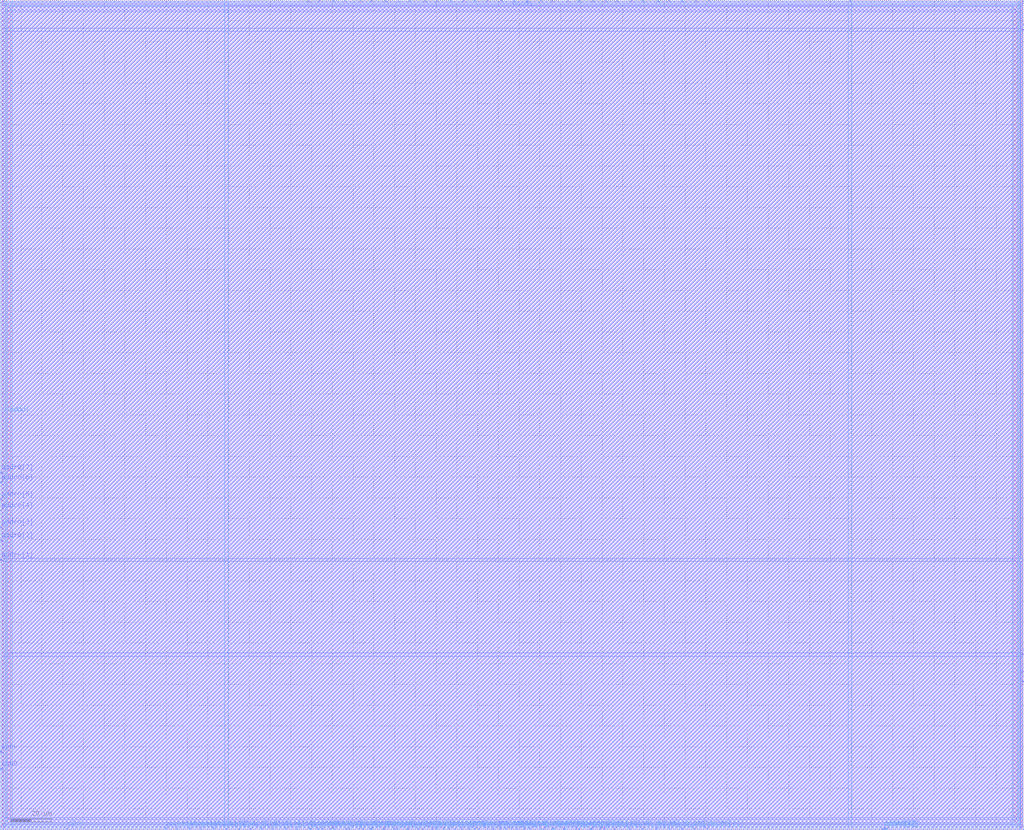
<source format=lef>
VERSION 5.4 ;
NAMESCASESENSITIVE ON ;
BUSBITCHARS "[]" ;
DIVIDERCHAR "/" ;
UNITS
  DATABASE MICRONS 2000 ;
END UNITS
MACRO sky130_sram_1kbyte_1rw1r_32x256_8
   CLASS BLOCK ;
   SIZE 493.38 BY 400.22 ;
   SYMMETRY X Y R90 ;
   PIN din0[0]
      DIRECTION INPUT ;
      PORT
         LAYER met4 ;
         RECT  108.8 0.0 109.18 1.06 ;
      END
   END din0[0]
   PIN din0[1]
      DIRECTION INPUT ;
      PORT
         LAYER met4 ;
         RECT  114.92 0.0 115.3 1.06 ;
      END
   END din0[1]
   PIN din0[2]
      DIRECTION INPUT ;
      PORT
         LAYER met4 ;
         RECT  120.36 0.0 120.74 1.06 ;
      END
   END din0[2]
   PIN din0[3]
      DIRECTION INPUT ;
      PORT
         LAYER met4 ;
         RECT  125.8 0.0 126.18 1.06 ;
      END
   END din0[3]
   PIN din0[4]
      DIRECTION INPUT ;
      PORT
         LAYER met4 ;
         RECT  131.24 0.0 131.62 1.06 ;
      END
   END din0[4]
   PIN din0[5]
      DIRECTION INPUT ;
      PORT
         LAYER met4 ;
         RECT  137.36 0.0 137.74 1.06 ;
      END
   END din0[5]
   PIN din0[6]
      DIRECTION INPUT ;
      PORT
         LAYER met4 ;
         RECT  142.8 0.0 143.18 1.06 ;
      END
   END din0[6]
   PIN din0[7]
      DIRECTION INPUT ;
      PORT
         LAYER met4 ;
         RECT  148.92 0.0 149.3 1.06 ;
      END
   END din0[7]
   PIN din0[8]
      DIRECTION INPUT ;
      PORT
         LAYER met4 ;
         RECT  155.04 0.0 155.42 1.06 ;
      END
   END din0[8]
   PIN din0[9]
      DIRECTION INPUT ;
      PORT
         LAYER met4 ;
         RECT  160.48 0.0 160.86 1.06 ;
      END
   END din0[9]
   PIN din0[10]
      DIRECTION INPUT ;
      PORT
         LAYER met4 ;
         RECT  166.6 0.0 166.98 1.06 ;
      END
   END din0[10]
   PIN din0[11]
      DIRECTION INPUT ;
      PORT
         LAYER met4 ;
         RECT  172.72 0.0 173.1 1.06 ;
      END
   END din0[11]
   PIN din0[12]
      DIRECTION INPUT ;
      PORT
         LAYER met4 ;
         RECT  178.16 0.0 178.54 1.06 ;
      END
   END din0[12]
   PIN din0[13]
      DIRECTION INPUT ;
      PORT
         LAYER met4 ;
         RECT  184.96 0.0 185.34 1.06 ;
      END
   END din0[13]
   PIN din0[14]
      DIRECTION INPUT ;
      PORT
         LAYER met4 ;
         RECT  189.72 0.0 190.1 1.06 ;
      END
   END din0[14]
   PIN din0[15]
      DIRECTION INPUT ;
      PORT
         LAYER met4 ;
         RECT  196.52 0.0 196.9 1.06 ;
      END
   END din0[15]
   PIN din0[16]
      DIRECTION INPUT ;
      PORT
         LAYER met4 ;
         RECT  201.28 0.0 201.66 1.06 ;
      END
   END din0[16]
   PIN din0[17]
      DIRECTION INPUT ;
      PORT
         LAYER met4 ;
         RECT  208.08 0.0 208.46 1.06 ;
      END
   END din0[17]
   PIN din0[18]
      DIRECTION INPUT ;
      PORT
         LAYER met4 ;
         RECT  213.52 0.0 213.9 1.06 ;
      END
   END din0[18]
   PIN din0[19]
      DIRECTION INPUT ;
      PORT
         LAYER met4 ;
         RECT  218.96 0.0 219.34 1.06 ;
      END
   END din0[19]
   PIN din0[20]
      DIRECTION INPUT ;
      PORT
         LAYER met4 ;
         RECT  225.76 0.0 226.14 1.06 ;
      END
   END din0[20]
   PIN din0[21]
      DIRECTION INPUT ;
      PORT
         LAYER met4 ;
         RECT  230.52 0.0 230.9 1.06 ;
      END
   END din0[21]
   PIN din0[22]
      DIRECTION INPUT ;
      PORT
         LAYER met4 ;
         RECT  237.32 0.0 237.7 1.06 ;
      END
   END din0[22]
   PIN din0[23]
      DIRECTION INPUT ;
      PORT
         LAYER met4 ;
         RECT  243.44 0.0 243.82 1.06 ;
      END
   END din0[23]
   PIN din0[24]
      DIRECTION INPUT ;
      PORT
         LAYER met4 ;
         RECT  248.88 0.0 249.26 1.06 ;
      END
   END din0[24]
   PIN din0[25]
      DIRECTION INPUT ;
      PORT
         LAYER met4 ;
         RECT  255.0 0.0 255.38 1.06 ;
      END
   END din0[25]
   PIN din0[26]
      DIRECTION INPUT ;
      PORT
         LAYER met4 ;
         RECT  260.44 0.0 260.82 1.06 ;
      END
   END din0[26]
   PIN din0[27]
      DIRECTION INPUT ;
      PORT
         LAYER met4 ;
         RECT  266.56 0.0 266.94 1.06 ;
      END
   END din0[27]
   PIN din0[28]
      DIRECTION INPUT ;
      PORT
         LAYER met4 ;
         RECT  271.32 0.0 271.7 1.06 ;
      END
   END din0[28]
   PIN din0[29]
      DIRECTION INPUT ;
      PORT
         LAYER met4 ;
         RECT  277.44 0.0 277.82 1.06 ;
      END
   END din0[29]
   PIN din0[30]
      DIRECTION INPUT ;
      PORT
         LAYER met4 ;
         RECT  284.24 0.0 284.62 1.06 ;
      END
   END din0[30]
   PIN din0[31]
      DIRECTION INPUT ;
      PORT
         LAYER met4 ;
         RECT  289.0 0.0 289.38 1.06 ;
      END
   END din0[31]
   PIN addr0[0]
      DIRECTION INPUT ;
      PORT
         LAYER met4 ;
         RECT  79.56 0.0 79.94 1.06 ;
      END
   END addr0[0]
   PIN addr0[1]
      DIRECTION INPUT ;
      PORT
         LAYER met3 ;
         RECT  0.0 129.88 1.06 130.26 ;
      END
   END addr0[1]
   PIN addr0[2]
      DIRECTION INPUT ;
      PORT
         LAYER met3 ;
         RECT  0.0 139.4 1.06 139.78 ;
      END
   END addr0[2]
   PIN addr0[3]
      DIRECTION INPUT ;
      PORT
         LAYER met3 ;
         RECT  0.0 145.52 1.06 145.9 ;
      END
   END addr0[3]
   PIN addr0[4]
      DIRECTION INPUT ;
      PORT
         LAYER met3 ;
         RECT  0.0 153.68 1.06 154.06 ;
      END
   END addr0[4]
   PIN addr0[5]
      DIRECTION INPUT ;
      PORT
         LAYER met3 ;
         RECT  0.0 159.12 1.06 159.5 ;
      END
   END addr0[5]
   PIN addr0[6]
      DIRECTION INPUT ;
      PORT
         LAYER met3 ;
         RECT  0.0 167.28 1.06 167.66 ;
      END
   END addr0[6]
   PIN addr0[7]
      DIRECTION INPUT ;
      PORT
         LAYER met3 ;
         RECT  0.0 172.04 1.06 172.42 ;
      END
   END addr0[7]
   PIN addr1[0]
      DIRECTION INPUT ;
      PORT
         LAYER met4 ;
         RECT  409.36 399.16 409.74 400.22 ;
      END
   END addr1[0]
   PIN addr1[1]
      DIRECTION INPUT ;
      PORT
         LAYER met3 ;
         RECT  492.32 84.32 493.38 84.7 ;
      END
   END addr1[1]
   PIN addr1[2]
      DIRECTION INPUT ;
      PORT
         LAYER met3 ;
         RECT  492.32 76.16 493.38 76.54 ;
      END
   END addr1[2]
   PIN addr1[3]
      DIRECTION INPUT ;
      PORT
         LAYER met3 ;
         RECT  492.32 71.4 493.38 71.78 ;
      END
   END addr1[3]
   PIN addr1[4]
      DIRECTION INPUT ;
      PORT
         LAYER met4 ;
         RECT  425.0 0.0 425.38 1.06 ;
      END
   END addr1[4]
   PIN addr1[5]
      DIRECTION INPUT ;
      PORT
         LAYER met4 ;
         RECT  425.68 0.0 426.06 1.06 ;
      END
   END addr1[5]
   PIN addr1[6]
      DIRECTION INPUT ;
      PORT
         LAYER met4 ;
         RECT  426.36 0.0 426.74 1.06 ;
      END
   END addr1[6]
   PIN addr1[7]
      DIRECTION INPUT ;
      PORT
         LAYER met4 ;
         RECT  427.04 0.0 427.42 1.06 ;
      END
   END addr1[7]
   PIN csb0
      DIRECTION INPUT ;
      PORT
         LAYER met3 ;
         RECT  0.0 29.24 1.06 29.62 ;
      END
   END csb0
   PIN csb1
      DIRECTION INPUT ;
      PORT
         LAYER met3 ;
         RECT  492.32 385.56 493.38 385.94 ;
      END
   END csb1
   PIN web0
      DIRECTION INPUT ;
      PORT
         LAYER met3 ;
         RECT  0.0 37.4 1.06 37.78 ;
      END
   END web0
   PIN clk0
      DIRECTION INPUT ;
      PORT
         LAYER met4 ;
         RECT  31.96 0.0 32.34 1.06 ;
      END
   END clk0
   PIN clk1
      DIRECTION INPUT ;
      PORT
         LAYER met4 ;
         RECT  462.4 399.16 462.78 400.22 ;
      END
   END clk1
   PIN wmask0[0]
      DIRECTION INPUT ;
      PORT
         LAYER met4 ;
         RECT  85.0 0.0 85.38 1.06 ;
      END
   END wmask0[0]
   PIN wmask0[1]
      DIRECTION INPUT ;
      PORT
         LAYER met4 ;
         RECT  91.12 0.0 91.5 1.06 ;
      END
   END wmask0[1]
   PIN wmask0[2]
      DIRECTION INPUT ;
      PORT
         LAYER met4 ;
         RECT  96.56 0.0 96.94 1.06 ;
      END
   END wmask0[2]
   PIN wmask0[3]
      DIRECTION INPUT ;
      PORT
         LAYER met4 ;
         RECT  102.68 0.0 103.06 1.06 ;
      END
   END wmask0[3]
   PIN dout0[0]
      DIRECTION OUTPUT ;
      PORT
         LAYER met4 ;
         RECT  149.6 0.0 149.98 1.06 ;
      END
   END dout0[0]
   PIN dout0[1]
      DIRECTION OUTPUT ;
      PORT
         LAYER met4 ;
         RECT  153.0 0.0 153.38 1.06 ;
      END
   END dout0[1]
   PIN dout0[2]
      DIRECTION OUTPUT ;
      PORT
         LAYER met4 ;
         RECT  159.12 0.0 159.5 1.06 ;
      END
   END dout0[2]
   PIN dout0[3]
      DIRECTION OUTPUT ;
      PORT
         LAYER met4 ;
         RECT  167.96 0.0 168.34 1.06 ;
      END
   END dout0[3]
   PIN dout0[4]
      DIRECTION OUTPUT ;
      PORT
         LAYER met4 ;
         RECT  174.76 0.0 175.14 1.06 ;
      END
   END dout0[4]
   PIN dout0[5]
      DIRECTION OUTPUT ;
      PORT
         LAYER met4 ;
         RECT  178.84 0.0 179.22 1.06 ;
      END
   END dout0[5]
   PIN dout0[6]
      DIRECTION OUTPUT ;
      PORT
         LAYER met4 ;
         RECT  184.28 0.0 184.66 1.06 ;
      END
   END dout0[6]
   PIN dout0[7]
      DIRECTION OUTPUT ;
      PORT
         LAYER met4 ;
         RECT  191.08 0.0 191.46 1.06 ;
      END
   END dout0[7]
   PIN dout0[8]
      DIRECTION OUTPUT ;
      PORT
         LAYER met4 ;
         RECT  195.84 0.0 196.22 1.06 ;
      END
   END dout0[8]
   PIN dout0[9]
      DIRECTION OUTPUT ;
      PORT
         LAYER met4 ;
         RECT  203.32 0.0 203.7 1.06 ;
      END
   END dout0[9]
   PIN dout0[10]
      DIRECTION OUTPUT ;
      PORT
         LAYER met4 ;
         RECT  210.12 0.0 210.5 1.06 ;
      END
   END dout0[10]
   PIN dout0[11]
      DIRECTION OUTPUT ;
      PORT
         LAYER met4 ;
         RECT  216.24 0.0 216.62 1.06 ;
      END
   END dout0[11]
   PIN dout0[12]
      DIRECTION OUTPUT ;
      PORT
         LAYER met4 ;
         RECT  222.36 0.0 222.74 1.06 ;
      END
   END dout0[12]
   PIN dout0[13]
      DIRECTION OUTPUT ;
      PORT
         LAYER met4 ;
         RECT  228.48 0.0 228.86 1.06 ;
      END
   END dout0[13]
   PIN dout0[14]
      DIRECTION OUTPUT ;
      PORT
         LAYER met4 ;
         RECT  234.6 0.0 234.98 1.06 ;
      END
   END dout0[14]
   PIN dout0[15]
      DIRECTION OUTPUT ;
      PORT
         LAYER met4 ;
         RECT  240.72 0.0 241.1 1.06 ;
      END
   END dout0[15]
   PIN dout0[16]
      DIRECTION OUTPUT ;
      PORT
         LAYER met4 ;
         RECT  246.16 0.0 246.54 1.06 ;
      END
   END dout0[16]
   PIN dout0[17]
      DIRECTION OUTPUT ;
      PORT
         LAYER met4 ;
         RECT  252.28 0.0 252.66 1.06 ;
      END
   END dout0[17]
   PIN dout0[18]
      DIRECTION OUTPUT ;
      PORT
         LAYER met4 ;
         RECT  261.8 0.0 262.18 1.06 ;
      END
   END dout0[18]
   PIN dout0[19]
      DIRECTION OUTPUT ;
      PORT
         LAYER met4 ;
         RECT  265.88 0.0 266.26 1.06 ;
      END
   END dout0[19]
   PIN dout0[20]
      DIRECTION OUTPUT ;
      PORT
         LAYER met4 ;
         RECT  272.0 0.0 272.38 1.06 ;
      END
   END dout0[20]
   PIN dout0[21]
      DIRECTION OUTPUT ;
      PORT
         LAYER met4 ;
         RECT  278.8 0.0 279.18 1.06 ;
      END
   END dout0[21]
   PIN dout0[22]
      DIRECTION OUTPUT ;
      PORT
         LAYER met4 ;
         RECT  284.92 0.0 285.3 1.06 ;
      END
   END dout0[22]
   PIN dout0[23]
      DIRECTION OUTPUT ;
      PORT
         LAYER met4 ;
         RECT  291.04 0.0 291.42 1.06 ;
      END
   END dout0[23]
   PIN dout0[24]
      DIRECTION OUTPUT ;
      PORT
         LAYER met4 ;
         RECT  295.8 0.0 296.18 1.06 ;
      END
   END dout0[24]
   PIN dout0[25]
      DIRECTION OUTPUT ;
      PORT
         LAYER met4 ;
         RECT  303.28 0.0 303.66 1.06 ;
      END
   END dout0[25]
   PIN dout0[26]
      DIRECTION OUTPUT ;
      PORT
         LAYER met4 ;
         RECT  309.4 0.0 309.78 1.06 ;
      END
   END dout0[26]
   PIN dout0[27]
      DIRECTION OUTPUT ;
      PORT
         LAYER met4 ;
         RECT  316.2 0.0 316.58 1.06 ;
      END
   END dout0[27]
   PIN dout0[28]
      DIRECTION OUTPUT ;
      PORT
         LAYER met4 ;
         RECT  322.32 0.0 322.7 1.06 ;
      END
   END dout0[28]
   PIN dout0[29]
      DIRECTION OUTPUT ;
      PORT
         LAYER met4 ;
         RECT  328.44 0.0 328.82 1.06 ;
      END
   END dout0[29]
   PIN dout0[30]
      DIRECTION OUTPUT ;
      PORT
         LAYER met4 ;
         RECT  334.56 0.0 334.94 1.06 ;
      END
   END dout0[30]
   PIN dout0[31]
      DIRECTION OUTPUT ;
      PORT
         LAYER met4 ;
         RECT  340.68 0.0 341.06 1.06 ;
      END
   END dout0[31]
   PIN dout1[0]
      DIRECTION OUTPUT ;
      PORT
         LAYER met4 ;
         RECT  148.24 399.16 148.62 400.22 ;
      END
   END dout1[0]
   PIN dout1[1]
      DIRECTION OUTPUT ;
      PORT
         LAYER met4 ;
         RECT  153.68 399.16 154.06 400.22 ;
      END
   END dout1[1]
   PIN dout1[2]
      DIRECTION OUTPUT ;
      PORT
         LAYER met4 ;
         RECT  160.48 399.16 160.86 400.22 ;
      END
   END dout1[2]
   PIN dout1[3]
      DIRECTION OUTPUT ;
      PORT
         LAYER met4 ;
         RECT  165.92 399.16 166.3 400.22 ;
      END
   END dout1[3]
   PIN dout1[4]
      DIRECTION OUTPUT ;
      PORT
         LAYER met4 ;
         RECT  173.4 399.16 173.78 400.22 ;
      END
   END dout1[4]
   PIN dout1[5]
      DIRECTION OUTPUT ;
      PORT
         LAYER met4 ;
         RECT  178.84 399.16 179.22 400.22 ;
      END
   END dout1[5]
   PIN dout1[6]
      DIRECTION OUTPUT ;
      PORT
         LAYER met4 ;
         RECT  185.64 399.16 186.02 400.22 ;
      END
   END dout1[6]
   PIN dout1[7]
      DIRECTION OUTPUT ;
      PORT
         LAYER met4 ;
         RECT  191.76 399.16 192.14 400.22 ;
      END
   END dout1[7]
   PIN dout1[8]
      DIRECTION OUTPUT ;
      PORT
         LAYER met4 ;
         RECT  197.2 399.16 197.58 400.22 ;
      END
   END dout1[8]
   PIN dout1[9]
      DIRECTION OUTPUT ;
      PORT
         LAYER met4 ;
         RECT  204.68 399.16 205.06 400.22 ;
      END
   END dout1[9]
   PIN dout1[10]
      DIRECTION OUTPUT ;
      PORT
         LAYER met4 ;
         RECT  210.12 399.16 210.5 400.22 ;
      END
   END dout1[10]
   PIN dout1[11]
      DIRECTION OUTPUT ;
      PORT
         LAYER met4 ;
         RECT  216.92 399.16 217.3 400.22 ;
      END
   END dout1[11]
   PIN dout1[12]
      DIRECTION OUTPUT ;
      PORT
         LAYER met4 ;
         RECT  223.04 399.16 223.42 400.22 ;
      END
   END dout1[12]
   PIN dout1[13]
      DIRECTION OUTPUT ;
      PORT
         LAYER met4 ;
         RECT  228.48 399.16 228.86 400.22 ;
      END
   END dout1[13]
   PIN dout1[14]
      DIRECTION OUTPUT ;
      PORT
         LAYER met4 ;
         RECT  234.6 399.16 234.98 400.22 ;
      END
   END dout1[14]
   PIN dout1[15]
      DIRECTION OUTPUT ;
      PORT
         LAYER met4 ;
         RECT  241.4 399.16 241.78 400.22 ;
      END
   END dout1[15]
   PIN dout1[16]
      DIRECTION OUTPUT ;
      PORT
         LAYER met4 ;
         RECT  247.52 399.16 247.9 400.22 ;
      END
   END dout1[16]
   PIN dout1[17]
      DIRECTION OUTPUT ;
      PORT
         LAYER met4 ;
         RECT  253.64 399.16 254.02 400.22 ;
      END
   END dout1[17]
   PIN dout1[18]
      DIRECTION OUTPUT ;
      PORT
         LAYER met4 ;
         RECT  260.44 399.16 260.82 400.22 ;
      END
   END dout1[18]
   PIN dout1[19]
      DIRECTION OUTPUT ;
      PORT
         LAYER met4 ;
         RECT  265.88 399.16 266.26 400.22 ;
      END
   END dout1[19]
   PIN dout1[20]
      DIRECTION OUTPUT ;
      PORT
         LAYER met4 ;
         RECT  273.36 399.16 273.74 400.22 ;
      END
   END dout1[20]
   PIN dout1[21]
      DIRECTION OUTPUT ;
      PORT
         LAYER met4 ;
         RECT  278.8 399.16 279.18 400.22 ;
      END
   END dout1[21]
   PIN dout1[22]
      DIRECTION OUTPUT ;
      PORT
         LAYER met4 ;
         RECT  285.6 399.16 285.98 400.22 ;
      END
   END dout1[22]
   PIN dout1[23]
      DIRECTION OUTPUT ;
      PORT
         LAYER met4 ;
         RECT  291.72 399.16 292.1 400.22 ;
      END
   END dout1[23]
   PIN dout1[24]
      DIRECTION OUTPUT ;
      PORT
         LAYER met4 ;
         RECT  297.16 399.16 297.54 400.22 ;
      END
   END dout1[24]
   PIN dout1[25]
      DIRECTION OUTPUT ;
      PORT
         LAYER met4 ;
         RECT  303.96 399.16 304.34 400.22 ;
      END
   END dout1[25]
   PIN dout1[26]
      DIRECTION OUTPUT ;
      PORT
         LAYER met4 ;
         RECT  309.4 399.16 309.78 400.22 ;
      END
   END dout1[26]
   PIN dout1[27]
      DIRECTION OUTPUT ;
      PORT
         LAYER met4 ;
         RECT  316.88 399.16 317.26 400.22 ;
      END
   END dout1[27]
   PIN dout1[28]
      DIRECTION OUTPUT ;
      PORT
         LAYER met4 ;
         RECT  322.32 399.16 322.7 400.22 ;
      END
   END dout1[28]
   PIN dout1[29]
      DIRECTION OUTPUT ;
      PORT
         LAYER met4 ;
         RECT  328.44 399.16 328.82 400.22 ;
      END
   END dout1[29]
   PIN dout1[30]
      DIRECTION OUTPUT ;
      PORT
         LAYER met4 ;
         RECT  335.24 399.16 335.62 400.22 ;
      END
   END dout1[30]
   PIN dout1[31]
      DIRECTION OUTPUT ;
      PORT
         LAYER met4 ;
         RECT  341.36 399.16 341.74 400.22 ;
      END
   END dout1[31]
   PIN vccd1
      DIRECTION INOUT ;
      USE POWER ; 
      SHAPE ABUTMENT ; 
      PORT
         LAYER met4 ;
         RECT  488.24 3.4 489.98 396.82 ;
         LAYER met3 ;
         RECT  3.4 3.4 489.98 5.14 ;
         LAYER met3 ;
         RECT  3.4 395.08 489.98 396.82 ;
         LAYER met4 ;
         RECT  3.4 3.4 5.14 396.82 ;
      END
   END vccd1
   PIN vssd1
      DIRECTION INOUT ;
      USE GROUND ; 
      SHAPE ABUTMENT ; 
      PORT
         LAYER met3 ;
         RECT  0.0 398.48 493.38 400.22 ;
         LAYER met4 ;
         RECT  491.64 0.0 493.38 400.22 ;
         LAYER met3 ;
         RECT  0.0 0.0 493.38 1.74 ;
         LAYER met4 ;
         RECT  0.0 0.0 1.74 400.22 ;
      END
   END vssd1
   OBS
   LAYER  met1 ;
      RECT  0.62 0.62 492.76 399.6 ;
   LAYER  met2 ;
      RECT  0.62 0.62 492.76 399.6 ;
   LAYER  met3 ;
      RECT  1.66 129.28 492.76 130.86 ;
      RECT  0.62 130.86 1.66 138.8 ;
      RECT  0.62 140.38 1.66 144.92 ;
      RECT  0.62 146.5 1.66 153.08 ;
      RECT  0.62 154.66 1.66 158.52 ;
      RECT  0.62 160.1 1.66 166.68 ;
      RECT  0.62 168.26 1.66 171.44 ;
      RECT  1.66 83.72 491.72 85.3 ;
      RECT  1.66 85.3 491.72 129.28 ;
      RECT  491.72 85.3 492.76 129.28 ;
      RECT  491.72 77.14 492.76 83.72 ;
      RECT  491.72 72.38 492.76 75.56 ;
      RECT  1.66 130.86 491.72 384.96 ;
      RECT  1.66 384.96 491.72 386.54 ;
      RECT  491.72 130.86 492.76 384.96 ;
      RECT  0.62 30.22 1.66 36.8 ;
      RECT  0.62 38.38 1.66 129.28 ;
      RECT  1.66 2.8 2.8 5.74 ;
      RECT  1.66 5.74 2.8 83.72 ;
      RECT  2.8 5.74 490.58 83.72 ;
      RECT  490.58 2.8 491.72 5.74 ;
      RECT  490.58 5.74 491.72 83.72 ;
      RECT  1.66 386.54 2.8 394.48 ;
      RECT  1.66 394.48 2.8 397.42 ;
      RECT  2.8 386.54 490.58 394.48 ;
      RECT  490.58 386.54 491.72 394.48 ;
      RECT  490.58 394.48 491.72 397.42 ;
      RECT  0.62 173.02 1.66 397.88 ;
      RECT  491.72 386.54 492.76 397.88 ;
      RECT  1.66 397.42 2.8 397.88 ;
      RECT  2.8 397.42 490.58 397.88 ;
      RECT  490.58 397.42 491.72 397.88 ;
      RECT  491.72 2.34 492.76 70.8 ;
      RECT  0.62 2.34 1.66 28.64 ;
      RECT  1.66 2.34 2.8 2.8 ;
      RECT  2.8 2.34 490.58 2.8 ;
      RECT  490.58 2.34 491.72 2.8 ;
   LAYER  met4 ;
      RECT  108.2 1.66 109.78 399.6 ;
      RECT  109.78 0.62 114.32 1.66 ;
      RECT  115.9 0.62 119.76 1.66 ;
      RECT  121.34 0.62 125.2 1.66 ;
      RECT  126.78 0.62 130.64 1.66 ;
      RECT  132.22 0.62 136.76 1.66 ;
      RECT  138.34 0.62 142.2 1.66 ;
      RECT  143.78 0.62 148.32 1.66 ;
      RECT  161.46 0.62 166.0 1.66 ;
      RECT  185.94 0.62 189.12 1.66 ;
      RECT  197.5 0.62 200.68 1.66 ;
      RECT  255.98 0.62 259.84 1.66 ;
      RECT  267.54 0.62 270.72 1.66 ;
      RECT  109.78 1.66 408.76 398.56 ;
      RECT  408.76 1.66 410.34 398.56 ;
      RECT  32.94 0.62 78.96 1.66 ;
      RECT  410.34 398.56 461.8 399.6 ;
      RECT  80.54 0.62 84.4 1.66 ;
      RECT  85.98 0.62 90.52 1.66 ;
      RECT  92.1 0.62 95.96 1.66 ;
      RECT  97.54 0.62 102.08 1.66 ;
      RECT  103.66 0.62 108.2 1.66 ;
      RECT  150.58 0.62 152.4 1.66 ;
      RECT  153.98 0.62 154.44 1.66 ;
      RECT  156.02 0.62 158.52 1.66 ;
      RECT  168.94 0.62 172.12 1.66 ;
      RECT  173.7 0.62 174.16 1.66 ;
      RECT  175.74 0.62 177.56 1.66 ;
      RECT  179.82 0.62 183.68 1.66 ;
      RECT  192.06 0.62 195.24 1.66 ;
      RECT  202.26 0.62 202.72 1.66 ;
      RECT  204.3 0.62 207.48 1.66 ;
      RECT  209.06 0.62 209.52 1.66 ;
      RECT  211.1 0.62 212.92 1.66 ;
      RECT  214.5 0.62 215.64 1.66 ;
      RECT  217.22 0.62 218.36 1.66 ;
      RECT  219.94 0.62 221.76 1.66 ;
      RECT  223.34 0.62 225.16 1.66 ;
      RECT  226.74 0.62 227.88 1.66 ;
      RECT  229.46 0.62 229.92 1.66 ;
      RECT  231.5 0.62 234.0 1.66 ;
      RECT  235.58 0.62 236.72 1.66 ;
      RECT  238.3 0.62 240.12 1.66 ;
      RECT  241.7 0.62 242.84 1.66 ;
      RECT  244.42 0.62 245.56 1.66 ;
      RECT  247.14 0.62 248.28 1.66 ;
      RECT  249.86 0.62 251.68 1.66 ;
      RECT  253.26 0.62 254.4 1.66 ;
      RECT  262.78 0.62 265.28 1.66 ;
      RECT  272.98 0.62 276.84 1.66 ;
      RECT  279.78 0.62 283.64 1.66 ;
      RECT  285.9 0.62 288.4 1.66 ;
      RECT  289.98 0.62 290.44 1.66 ;
      RECT  292.02 0.62 295.2 1.66 ;
      RECT  296.78 0.62 302.68 1.66 ;
      RECT  304.26 0.62 308.8 1.66 ;
      RECT  310.38 0.62 315.6 1.66 ;
      RECT  317.18 0.62 321.72 1.66 ;
      RECT  323.3 0.62 327.84 1.66 ;
      RECT  329.42 0.62 333.96 1.66 ;
      RECT  335.54 0.62 340.08 1.66 ;
      RECT  341.66 0.62 424.4 1.66 ;
      RECT  109.78 398.56 147.64 399.6 ;
      RECT  149.22 398.56 153.08 399.6 ;
      RECT  154.66 398.56 159.88 399.6 ;
      RECT  161.46 398.56 165.32 399.6 ;
      RECT  166.9 398.56 172.8 399.6 ;
      RECT  174.38 398.56 178.24 399.6 ;
      RECT  179.82 398.56 185.04 399.6 ;
      RECT  186.62 398.56 191.16 399.6 ;
      RECT  192.74 398.56 196.6 399.6 ;
      RECT  198.18 398.56 204.08 399.6 ;
      RECT  205.66 398.56 209.52 399.6 ;
      RECT  211.1 398.56 216.32 399.6 ;
      RECT  217.9 398.56 222.44 399.6 ;
      RECT  224.02 398.56 227.88 399.6 ;
      RECT  229.46 398.56 234.0 399.6 ;
      RECT  235.58 398.56 240.8 399.6 ;
      RECT  242.38 398.56 246.92 399.6 ;
      RECT  248.5 398.56 253.04 399.6 ;
      RECT  254.62 398.56 259.84 399.6 ;
      RECT  261.42 398.56 265.28 399.6 ;
      RECT  266.86 398.56 272.76 399.6 ;
      RECT  274.34 398.56 278.2 399.6 ;
      RECT  279.78 398.56 285.0 399.6 ;
      RECT  286.58 398.56 291.12 399.6 ;
      RECT  292.7 398.56 296.56 399.6 ;
      RECT  298.14 398.56 303.36 399.6 ;
      RECT  304.94 398.56 308.8 399.6 ;
      RECT  310.38 398.56 316.28 399.6 ;
      RECT  317.86 398.56 321.72 399.6 ;
      RECT  323.3 398.56 327.84 399.6 ;
      RECT  329.42 398.56 334.64 399.6 ;
      RECT  336.22 398.56 340.76 399.6 ;
      RECT  342.34 398.56 408.76 399.6 ;
      RECT  410.34 1.66 487.64 2.8 ;
      RECT  410.34 2.8 487.64 397.42 ;
      RECT  410.34 397.42 487.64 398.56 ;
      RECT  487.64 1.66 490.58 2.8 ;
      RECT  487.64 397.42 490.58 398.56 ;
      RECT  2.8 1.66 5.74 2.8 ;
      RECT  2.8 397.42 5.74 399.6 ;
      RECT  5.74 1.66 108.2 2.8 ;
      RECT  5.74 2.8 108.2 397.42 ;
      RECT  5.74 397.42 108.2 399.6 ;
      RECT  428.02 0.62 491.04 1.66 ;
      RECT  463.38 398.56 491.04 399.6 ;
      RECT  490.58 1.66 491.04 2.8 ;
      RECT  490.58 2.8 491.04 397.42 ;
      RECT  490.58 397.42 491.04 398.56 ;
      RECT  2.34 0.62 31.36 1.66 ;
      RECT  2.34 1.66 2.8 2.8 ;
      RECT  2.34 2.8 2.8 397.42 ;
      RECT  2.34 397.42 2.8 399.6 ;
   END
END    sky130_sram_1kbyte_1rw1r_32x256_8
END    LIBRARY

</source>
